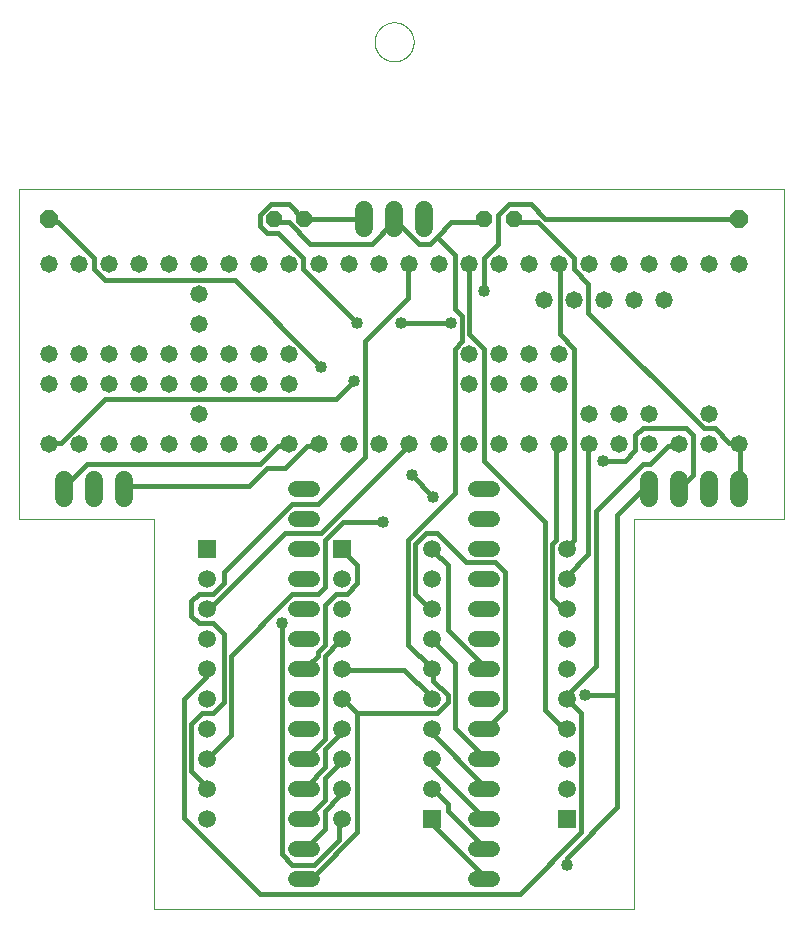
<source format=gtl>
G75*
%MOIN*%
%OFA0B0*%
%FSLAX25Y25*%
%IPPOS*%
%LPD*%
%AMOC8*
5,1,8,0,0,1.08239X$1,22.5*
%
%ADD10C,0.00000*%
%ADD11OC8,0.06000*%
%ADD12OC8,0.05200*%
%ADD13C,0.06000*%
%ADD14C,0.05200*%
%ADD15C,0.05800*%
%ADD16R,0.05937X0.05937*%
%ADD17C,0.05937*%
%ADD18C,0.01600*%
%ADD19C,0.04000*%
D10*
X0046000Y0001000D02*
X0046000Y0131000D01*
X0001000Y0131000D01*
X0001000Y0240961D01*
X0256000Y0240961D01*
X0256000Y0131000D01*
X0206000Y0131000D01*
X0206000Y0001000D01*
X0046000Y0001000D01*
X0119500Y0290000D02*
X0119502Y0290161D01*
X0119508Y0290321D01*
X0119518Y0290482D01*
X0119532Y0290642D01*
X0119550Y0290802D01*
X0119571Y0290961D01*
X0119597Y0291120D01*
X0119627Y0291278D01*
X0119660Y0291435D01*
X0119698Y0291592D01*
X0119739Y0291747D01*
X0119784Y0291901D01*
X0119833Y0292054D01*
X0119886Y0292206D01*
X0119942Y0292357D01*
X0120003Y0292506D01*
X0120066Y0292654D01*
X0120134Y0292800D01*
X0120205Y0292944D01*
X0120279Y0293086D01*
X0120357Y0293227D01*
X0120439Y0293365D01*
X0120524Y0293502D01*
X0120612Y0293636D01*
X0120704Y0293768D01*
X0120799Y0293898D01*
X0120897Y0294026D01*
X0120998Y0294151D01*
X0121102Y0294273D01*
X0121209Y0294393D01*
X0121319Y0294510D01*
X0121432Y0294625D01*
X0121548Y0294736D01*
X0121667Y0294845D01*
X0121788Y0294950D01*
X0121912Y0295053D01*
X0122038Y0295153D01*
X0122166Y0295249D01*
X0122297Y0295342D01*
X0122431Y0295432D01*
X0122566Y0295519D01*
X0122704Y0295602D01*
X0122843Y0295682D01*
X0122985Y0295758D01*
X0123128Y0295831D01*
X0123273Y0295900D01*
X0123420Y0295966D01*
X0123568Y0296028D01*
X0123718Y0296086D01*
X0123869Y0296141D01*
X0124022Y0296192D01*
X0124176Y0296239D01*
X0124331Y0296282D01*
X0124487Y0296321D01*
X0124643Y0296357D01*
X0124801Y0296388D01*
X0124959Y0296416D01*
X0125118Y0296440D01*
X0125278Y0296460D01*
X0125438Y0296476D01*
X0125598Y0296488D01*
X0125759Y0296496D01*
X0125920Y0296500D01*
X0126080Y0296500D01*
X0126241Y0296496D01*
X0126402Y0296488D01*
X0126562Y0296476D01*
X0126722Y0296460D01*
X0126882Y0296440D01*
X0127041Y0296416D01*
X0127199Y0296388D01*
X0127357Y0296357D01*
X0127513Y0296321D01*
X0127669Y0296282D01*
X0127824Y0296239D01*
X0127978Y0296192D01*
X0128131Y0296141D01*
X0128282Y0296086D01*
X0128432Y0296028D01*
X0128580Y0295966D01*
X0128727Y0295900D01*
X0128872Y0295831D01*
X0129015Y0295758D01*
X0129157Y0295682D01*
X0129296Y0295602D01*
X0129434Y0295519D01*
X0129569Y0295432D01*
X0129703Y0295342D01*
X0129834Y0295249D01*
X0129962Y0295153D01*
X0130088Y0295053D01*
X0130212Y0294950D01*
X0130333Y0294845D01*
X0130452Y0294736D01*
X0130568Y0294625D01*
X0130681Y0294510D01*
X0130791Y0294393D01*
X0130898Y0294273D01*
X0131002Y0294151D01*
X0131103Y0294026D01*
X0131201Y0293898D01*
X0131296Y0293768D01*
X0131388Y0293636D01*
X0131476Y0293502D01*
X0131561Y0293365D01*
X0131643Y0293227D01*
X0131721Y0293086D01*
X0131795Y0292944D01*
X0131866Y0292800D01*
X0131934Y0292654D01*
X0131997Y0292506D01*
X0132058Y0292357D01*
X0132114Y0292206D01*
X0132167Y0292054D01*
X0132216Y0291901D01*
X0132261Y0291747D01*
X0132302Y0291592D01*
X0132340Y0291435D01*
X0132373Y0291278D01*
X0132403Y0291120D01*
X0132429Y0290961D01*
X0132450Y0290802D01*
X0132468Y0290642D01*
X0132482Y0290482D01*
X0132492Y0290321D01*
X0132498Y0290161D01*
X0132500Y0290000D01*
X0132498Y0289839D01*
X0132492Y0289679D01*
X0132482Y0289518D01*
X0132468Y0289358D01*
X0132450Y0289198D01*
X0132429Y0289039D01*
X0132403Y0288880D01*
X0132373Y0288722D01*
X0132340Y0288565D01*
X0132302Y0288408D01*
X0132261Y0288253D01*
X0132216Y0288099D01*
X0132167Y0287946D01*
X0132114Y0287794D01*
X0132058Y0287643D01*
X0131997Y0287494D01*
X0131934Y0287346D01*
X0131866Y0287200D01*
X0131795Y0287056D01*
X0131721Y0286914D01*
X0131643Y0286773D01*
X0131561Y0286635D01*
X0131476Y0286498D01*
X0131388Y0286364D01*
X0131296Y0286232D01*
X0131201Y0286102D01*
X0131103Y0285974D01*
X0131002Y0285849D01*
X0130898Y0285727D01*
X0130791Y0285607D01*
X0130681Y0285490D01*
X0130568Y0285375D01*
X0130452Y0285264D01*
X0130333Y0285155D01*
X0130212Y0285050D01*
X0130088Y0284947D01*
X0129962Y0284847D01*
X0129834Y0284751D01*
X0129703Y0284658D01*
X0129569Y0284568D01*
X0129434Y0284481D01*
X0129296Y0284398D01*
X0129157Y0284318D01*
X0129015Y0284242D01*
X0128872Y0284169D01*
X0128727Y0284100D01*
X0128580Y0284034D01*
X0128432Y0283972D01*
X0128282Y0283914D01*
X0128131Y0283859D01*
X0127978Y0283808D01*
X0127824Y0283761D01*
X0127669Y0283718D01*
X0127513Y0283679D01*
X0127357Y0283643D01*
X0127199Y0283612D01*
X0127041Y0283584D01*
X0126882Y0283560D01*
X0126722Y0283540D01*
X0126562Y0283524D01*
X0126402Y0283512D01*
X0126241Y0283504D01*
X0126080Y0283500D01*
X0125920Y0283500D01*
X0125759Y0283504D01*
X0125598Y0283512D01*
X0125438Y0283524D01*
X0125278Y0283540D01*
X0125118Y0283560D01*
X0124959Y0283584D01*
X0124801Y0283612D01*
X0124643Y0283643D01*
X0124487Y0283679D01*
X0124331Y0283718D01*
X0124176Y0283761D01*
X0124022Y0283808D01*
X0123869Y0283859D01*
X0123718Y0283914D01*
X0123568Y0283972D01*
X0123420Y0284034D01*
X0123273Y0284100D01*
X0123128Y0284169D01*
X0122985Y0284242D01*
X0122843Y0284318D01*
X0122704Y0284398D01*
X0122566Y0284481D01*
X0122431Y0284568D01*
X0122297Y0284658D01*
X0122166Y0284751D01*
X0122038Y0284847D01*
X0121912Y0284947D01*
X0121788Y0285050D01*
X0121667Y0285155D01*
X0121548Y0285264D01*
X0121432Y0285375D01*
X0121319Y0285490D01*
X0121209Y0285607D01*
X0121102Y0285727D01*
X0120998Y0285849D01*
X0120897Y0285974D01*
X0120799Y0286102D01*
X0120704Y0286232D01*
X0120612Y0286364D01*
X0120524Y0286498D01*
X0120439Y0286635D01*
X0120357Y0286773D01*
X0120279Y0286914D01*
X0120205Y0287056D01*
X0120134Y0287200D01*
X0120066Y0287346D01*
X0120003Y0287494D01*
X0119942Y0287643D01*
X0119886Y0287794D01*
X0119833Y0287946D01*
X0119784Y0288099D01*
X0119739Y0288253D01*
X0119698Y0288408D01*
X0119660Y0288565D01*
X0119627Y0288722D01*
X0119597Y0288880D01*
X0119571Y0289039D01*
X0119550Y0289198D01*
X0119532Y0289358D01*
X0119518Y0289518D01*
X0119508Y0289679D01*
X0119502Y0289839D01*
X0119500Y0290000D01*
D11*
X0011000Y0231000D03*
X0241000Y0231000D03*
D12*
X0166000Y0231000D03*
X0156000Y0231000D03*
X0096000Y0231000D03*
X0086000Y0231000D03*
D13*
X0116000Y0228000D02*
X0116000Y0234000D01*
X0126000Y0234000D02*
X0126000Y0228000D01*
X0136000Y0228000D02*
X0136000Y0234000D01*
X0211000Y0144000D02*
X0211000Y0138000D01*
X0221000Y0138000D02*
X0221000Y0144000D01*
X0231000Y0144000D02*
X0231000Y0138000D01*
X0241000Y0138000D02*
X0241000Y0144000D01*
X0036000Y0144000D02*
X0036000Y0138000D01*
X0026000Y0138000D02*
X0026000Y0144000D01*
X0016000Y0144000D02*
X0016000Y0138000D01*
D14*
X0093400Y0141000D02*
X0098600Y0141000D01*
X0098600Y0131000D02*
X0093400Y0131000D01*
X0093400Y0121000D02*
X0098600Y0121000D01*
X0098600Y0111000D02*
X0093400Y0111000D01*
X0093400Y0101000D02*
X0098600Y0101000D01*
X0098600Y0091000D02*
X0093400Y0091000D01*
X0093400Y0081000D02*
X0098600Y0081000D01*
X0098600Y0071000D02*
X0093400Y0071000D01*
X0093400Y0061000D02*
X0098600Y0061000D01*
X0098600Y0051000D02*
X0093400Y0051000D01*
X0093400Y0041000D02*
X0098600Y0041000D01*
X0098600Y0031000D02*
X0093400Y0031000D01*
X0093400Y0021000D02*
X0098600Y0021000D01*
X0098600Y0011000D02*
X0093400Y0011000D01*
X0153400Y0011000D02*
X0158600Y0011000D01*
X0158600Y0021000D02*
X0153400Y0021000D01*
X0153400Y0031000D02*
X0158600Y0031000D01*
X0158600Y0041000D02*
X0153400Y0041000D01*
X0153400Y0051000D02*
X0158600Y0051000D01*
X0158600Y0061000D02*
X0153400Y0061000D01*
X0153400Y0071000D02*
X0158600Y0071000D01*
X0158600Y0081000D02*
X0153400Y0081000D01*
X0153400Y0091000D02*
X0158600Y0091000D01*
X0158600Y0101000D02*
X0153400Y0101000D01*
X0153400Y0111000D02*
X0158600Y0111000D01*
X0158600Y0121000D02*
X0153400Y0121000D01*
X0153400Y0131000D02*
X0158600Y0131000D01*
X0158600Y0141000D02*
X0153400Y0141000D01*
D15*
X0151000Y0156000D03*
X0141000Y0156000D03*
X0131000Y0156000D03*
X0121000Y0156000D03*
X0111000Y0156000D03*
X0101000Y0156000D03*
X0091000Y0156000D03*
X0081000Y0156000D03*
X0071000Y0156000D03*
X0061000Y0156000D03*
X0061000Y0166000D03*
X0061000Y0176000D03*
X0061000Y0186000D03*
X0061000Y0196000D03*
X0061000Y0206000D03*
X0061000Y0216000D03*
X0051000Y0216000D03*
X0041000Y0216000D03*
X0031000Y0216000D03*
X0021000Y0216000D03*
X0011000Y0216000D03*
X0011000Y0186000D03*
X0011000Y0176000D03*
X0021000Y0176000D03*
X0021000Y0186000D03*
X0031000Y0186000D03*
X0031000Y0176000D03*
X0041000Y0176000D03*
X0041000Y0186000D03*
X0051000Y0186000D03*
X0051000Y0176000D03*
X0051000Y0156000D03*
X0041000Y0156000D03*
X0031000Y0156000D03*
X0021000Y0156000D03*
X0011000Y0156000D03*
X0071000Y0176000D03*
X0071000Y0186000D03*
X0081000Y0186000D03*
X0081000Y0176000D03*
X0091000Y0176000D03*
X0091000Y0186000D03*
X0091000Y0216000D03*
X0081000Y0216000D03*
X0071000Y0216000D03*
X0101000Y0216000D03*
X0111000Y0216000D03*
X0121000Y0216000D03*
X0131000Y0216000D03*
X0141000Y0216000D03*
X0151000Y0216000D03*
X0161000Y0216000D03*
X0171000Y0216000D03*
X0181000Y0216000D03*
X0191000Y0216000D03*
X0201000Y0216000D03*
X0211000Y0216000D03*
X0221000Y0216000D03*
X0231000Y0216000D03*
X0241000Y0216000D03*
X0216000Y0203900D03*
X0206000Y0203900D03*
X0196000Y0203900D03*
X0186000Y0203900D03*
X0176000Y0203900D03*
X0171000Y0186000D03*
X0171000Y0176000D03*
X0181000Y0176000D03*
X0181000Y0186000D03*
X0161000Y0186000D03*
X0161000Y0176000D03*
X0151000Y0176000D03*
X0151000Y0186000D03*
X0161000Y0156000D03*
X0171000Y0156000D03*
X0181000Y0156000D03*
X0191000Y0156000D03*
X0191000Y0166000D03*
X0201000Y0166000D03*
X0201000Y0156000D03*
X0211000Y0156000D03*
X0211000Y0166000D03*
X0221000Y0156000D03*
X0231000Y0156000D03*
X0231000Y0166000D03*
X0241000Y0156000D03*
D16*
X0183500Y0031000D03*
X0138500Y0031000D03*
X0108500Y0121000D03*
X0063500Y0121000D03*
D17*
X0063500Y0111000D03*
X0063500Y0101000D03*
X0063500Y0091000D03*
X0063500Y0081000D03*
X0063500Y0071000D03*
X0063500Y0061000D03*
X0063500Y0051000D03*
X0063500Y0041000D03*
X0063500Y0031000D03*
X0108500Y0031000D03*
X0108500Y0041000D03*
X0108500Y0051000D03*
X0108500Y0061000D03*
X0108500Y0071000D03*
X0108500Y0081000D03*
X0108500Y0091000D03*
X0108500Y0101000D03*
X0108500Y0111000D03*
X0138500Y0111000D03*
X0138500Y0121000D03*
X0138500Y0101000D03*
X0138500Y0091000D03*
X0138500Y0081000D03*
X0138500Y0071000D03*
X0138500Y0061000D03*
X0138500Y0051000D03*
X0138500Y0041000D03*
X0183500Y0041000D03*
X0183500Y0051000D03*
X0183500Y0061000D03*
X0183500Y0071000D03*
X0183500Y0081000D03*
X0183500Y0091000D03*
X0183500Y0101000D03*
X0183500Y0111000D03*
X0183500Y0121000D03*
D18*
X0183558Y0121540D01*
X0185965Y0123947D01*
X0185965Y0187735D01*
X0181151Y0192549D01*
X0181151Y0215417D01*
X0181000Y0216000D01*
X0185965Y0214213D02*
X0185965Y0217824D01*
X0173930Y0229859D01*
X0166709Y0229859D01*
X0166000Y0231000D01*
X0164302Y0235877D02*
X0160691Y0232266D01*
X0160691Y0222638D01*
X0155877Y0217824D01*
X0155877Y0206992D01*
X0151063Y0215417D02*
X0151000Y0216000D01*
X0151063Y0215417D02*
X0151063Y0192549D01*
X0155877Y0187735D01*
X0155877Y0150425D01*
X0176337Y0129965D01*
X0176337Y0067381D01*
X0182355Y0061363D01*
X0183500Y0061000D01*
X0188372Y0066177D02*
X0183558Y0070991D01*
X0183500Y0071000D01*
X0183558Y0072195D01*
X0193187Y0081823D01*
X0193187Y0133576D01*
X0208833Y0149222D01*
X0211240Y0149222D01*
X0217257Y0155239D01*
X0220868Y0155239D01*
X0221000Y0156000D01*
X0225682Y0158850D02*
X0223275Y0161257D01*
X0208833Y0161257D01*
X0206426Y0158850D01*
X0206426Y0154036D01*
X0202815Y0150425D01*
X0195594Y0150425D01*
X0190780Y0155239D02*
X0191000Y0156000D01*
X0190780Y0155239D02*
X0190780Y0119133D01*
X0183558Y0111912D01*
X0183500Y0111000D01*
X0178744Y0104691D02*
X0182355Y0101080D01*
X0183500Y0101000D01*
X0178744Y0104691D02*
X0178744Y0122744D01*
X0179948Y0123947D01*
X0179948Y0155239D01*
X0181000Y0156000D01*
X0200408Y0132372D02*
X0210036Y0142000D01*
X0211000Y0141000D01*
X0221000Y0141000D02*
X0222072Y0142000D01*
X0225682Y0145611D01*
X0225682Y0158850D01*
X0229293Y0161257D02*
X0190780Y0199770D01*
X0190780Y0209399D01*
X0185965Y0214213D01*
X0176337Y0231063D02*
X0171523Y0235877D01*
X0164302Y0235877D01*
X0156000Y0231000D02*
X0155877Y0229859D01*
X0145045Y0229859D01*
X0140231Y0225045D01*
X0146248Y0219027D01*
X0146248Y0200974D01*
X0148656Y0198567D01*
X0148656Y0190142D01*
X0146248Y0187735D01*
X0146248Y0139593D01*
X0130602Y0123947D01*
X0130602Y0089044D01*
X0137824Y0081823D01*
X0138500Y0081000D01*
X0139027Y0080620D01*
X0139027Y0077009D01*
X0143841Y0072195D01*
X0143841Y0069788D01*
X0140231Y0066177D01*
X0113753Y0066177D01*
X0108939Y0070991D01*
X0108500Y0071000D01*
X0113753Y0066177D02*
X0113753Y0026460D01*
X0099310Y0012018D01*
X0096903Y0012018D01*
X0096000Y0011000D01*
X0099310Y0015628D02*
X0092089Y0015628D01*
X0088478Y0019239D01*
X0088478Y0096266D01*
X0092089Y0105894D02*
X0071629Y0085434D01*
X0071629Y0058956D01*
X0064407Y0051735D01*
X0063500Y0051000D01*
X0058390Y0046920D02*
X0063204Y0042106D01*
X0063500Y0041000D01*
X0058390Y0046920D02*
X0058390Y0062567D01*
X0062000Y0066177D01*
X0065611Y0066177D01*
X0069222Y0069788D01*
X0069222Y0092655D01*
X0065611Y0096266D01*
X0060797Y0096266D01*
X0058390Y0098673D01*
X0058390Y0103487D01*
X0060797Y0105894D01*
X0065611Y0105894D01*
X0069222Y0109505D01*
X0069222Y0113115D01*
X0092089Y0135983D01*
X0100514Y0135983D01*
X0116160Y0151629D01*
X0116160Y0190142D01*
X0130602Y0204585D01*
X0130602Y0215417D01*
X0131000Y0216000D01*
X0134213Y0222638D02*
X0126992Y0229859D01*
X0126000Y0231000D01*
X0125788Y0229859D01*
X0118567Y0222638D01*
X0098107Y0222638D01*
X0090885Y0229859D01*
X0086071Y0229859D01*
X0086000Y0231000D01*
X0081257Y0232266D02*
X0084868Y0235877D01*
X0090885Y0235877D01*
X0095700Y0231063D01*
X0096000Y0231000D01*
X0096903Y0231063D01*
X0114956Y0231063D01*
X0116000Y0231000D01*
X0134213Y0222638D02*
X0137824Y0222638D01*
X0140231Y0225045D01*
X0145045Y0196160D02*
X0128195Y0196160D01*
X0113753Y0196160D02*
X0095700Y0214213D01*
X0095700Y0217824D01*
X0087275Y0226248D01*
X0083664Y0226248D01*
X0081257Y0228656D01*
X0081257Y0232266D01*
X0072832Y0210602D02*
X0029505Y0210602D01*
X0025894Y0214213D01*
X0025894Y0217824D01*
X0013859Y0229859D01*
X0011452Y0229859D01*
X0011000Y0231000D01*
X0029505Y0170885D02*
X0106531Y0170885D01*
X0112549Y0176903D01*
X0101717Y0181717D02*
X0072832Y0210602D01*
X0029505Y0170885D02*
X0015062Y0156443D01*
X0011452Y0156443D01*
X0011000Y0156000D01*
X0023487Y0149222D02*
X0016266Y0142000D01*
X0016000Y0141000D01*
X0023487Y0149222D02*
X0081257Y0149222D01*
X0087275Y0155239D01*
X0090885Y0155239D01*
X0091000Y0156000D01*
X0096903Y0155239D02*
X0089682Y0148018D01*
X0083664Y0148018D01*
X0077646Y0142000D01*
X0036726Y0142000D01*
X0036000Y0141000D01*
X0063500Y0101000D02*
X0064407Y0101080D01*
X0089682Y0126354D01*
X0101717Y0126354D01*
X0130602Y0155239D01*
X0131000Y0156000D01*
X0131806Y0145611D02*
X0139027Y0138390D01*
X0140231Y0126354D02*
X0136620Y0126354D01*
X0133009Y0122744D01*
X0133009Y0105894D01*
X0137824Y0101080D01*
X0138500Y0101000D01*
X0143841Y0093859D02*
X0143841Y0115522D01*
X0139027Y0120337D01*
X0138500Y0121000D01*
X0140231Y0126354D02*
X0149859Y0116726D01*
X0159487Y0116726D01*
X0163098Y0113115D01*
X0163098Y0067381D01*
X0157080Y0061363D01*
X0156000Y0061000D01*
X0155877Y0051735D02*
X0156000Y0051000D01*
X0155877Y0051735D02*
X0146248Y0061363D01*
X0146248Y0083027D01*
X0139027Y0090248D01*
X0138500Y0091000D01*
X0143841Y0093859D02*
X0155877Y0081823D01*
X0156000Y0081000D01*
X0138500Y0071000D02*
X0137824Y0072195D01*
X0129399Y0080620D01*
X0108939Y0080620D01*
X0108500Y0081000D01*
X0102921Y0085434D02*
X0107735Y0090248D01*
X0108500Y0091000D01*
X0102921Y0089044D02*
X0102921Y0102283D01*
X0106531Y0105894D01*
X0110142Y0105894D01*
X0113753Y0109505D01*
X0113753Y0115522D01*
X0108939Y0120337D01*
X0108500Y0121000D01*
X0102921Y0123947D02*
X0102921Y0108301D01*
X0100514Y0105894D01*
X0092089Y0105894D01*
X0102921Y0089044D02*
X0100514Y0086637D01*
X0100514Y0085434D01*
X0096903Y0081823D01*
X0096000Y0081000D01*
X0102921Y0085434D02*
X0102921Y0057752D01*
X0096903Y0051735D01*
X0096000Y0051000D01*
X0102921Y0048124D02*
X0102921Y0054142D01*
X0108939Y0060159D01*
X0108500Y0061000D01*
X0108500Y0051000D02*
X0108939Y0050531D01*
X0102921Y0044513D01*
X0102921Y0037292D01*
X0096903Y0031274D01*
X0096000Y0031000D01*
X0102921Y0033681D02*
X0102921Y0027664D01*
X0096903Y0021646D01*
X0096000Y0021000D01*
X0099310Y0015628D02*
X0107735Y0024053D01*
X0107735Y0030071D01*
X0108500Y0031000D01*
X0102921Y0033681D02*
X0107735Y0038496D01*
X0107735Y0040903D01*
X0108500Y0041000D01*
X0102921Y0048124D02*
X0096903Y0042106D01*
X0096000Y0041000D01*
X0081257Y0006000D02*
X0167912Y0006000D01*
X0188372Y0026460D01*
X0188372Y0066177D01*
X0189576Y0072195D02*
X0200408Y0072195D01*
X0200408Y0034885D01*
X0183558Y0018035D01*
X0183558Y0015628D01*
X0155877Y0012018D02*
X0156000Y0011000D01*
X0155877Y0012018D02*
X0137824Y0030071D01*
X0138500Y0031000D01*
X0143841Y0033681D02*
X0143841Y0036089D01*
X0139027Y0040903D01*
X0138500Y0041000D01*
X0139027Y0048124D02*
X0139027Y0050531D01*
X0138500Y0051000D01*
X0139027Y0048124D02*
X0155877Y0031274D01*
X0156000Y0031000D01*
X0155877Y0021646D02*
X0156000Y0021000D01*
X0155877Y0021646D02*
X0143841Y0033681D01*
X0156000Y0041000D02*
X0155877Y0042106D01*
X0137824Y0060159D01*
X0138500Y0061000D01*
X0102921Y0123947D02*
X0108939Y0129965D01*
X0122178Y0129965D01*
X0100514Y0155239D02*
X0101000Y0156000D01*
X0100514Y0155239D02*
X0096903Y0155239D01*
X0063500Y0081000D02*
X0063204Y0080620D01*
X0063204Y0078213D01*
X0055983Y0070991D01*
X0055983Y0031274D01*
X0081257Y0006000D01*
X0200408Y0072195D02*
X0200408Y0132372D01*
X0229293Y0161257D02*
X0232904Y0161257D01*
X0237718Y0156443D01*
X0240125Y0156443D01*
X0241000Y0156000D01*
X0241328Y0155239D01*
X0241328Y0142000D01*
X0241000Y0141000D01*
X0241000Y0231000D02*
X0240125Y0231063D01*
X0176337Y0231063D01*
D19*
X0155877Y0206992D03*
X0145045Y0196160D03*
X0128195Y0196160D03*
X0113753Y0196160D03*
X0101717Y0181717D03*
X0112549Y0176903D03*
X0131806Y0145611D03*
X0139027Y0138390D03*
X0122178Y0129965D03*
X0088478Y0096266D03*
X0183558Y0015628D03*
X0189576Y0072195D03*
X0195594Y0150425D03*
M02*

</source>
